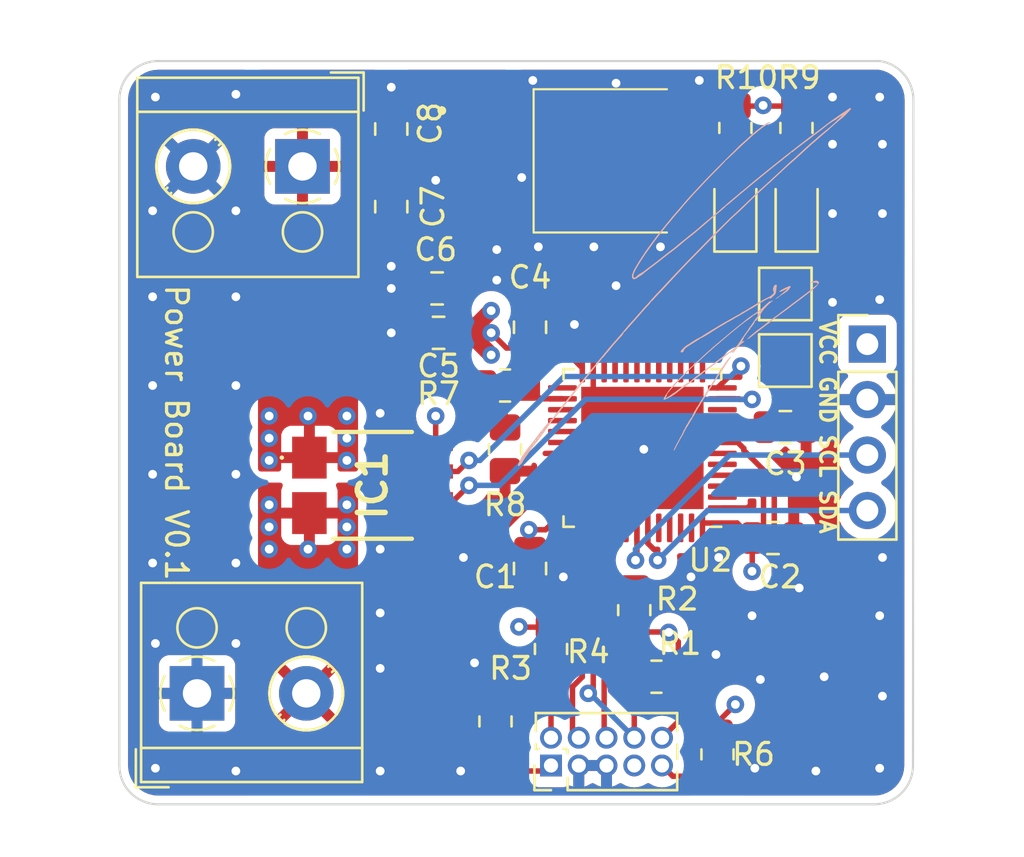
<source format=kicad_pcb>
(kicad_pcb (version 20221018) (generator pcbnew)
  (layers (0 "F.Cu" signal) (1 "In1.Cu" signal) (2 "In2.Cu" signal) (31 "B.Cu" signal) (34 "B.Paste" user) (35 "F.Paste" user) (36 "B.SilkS" user "B.Silkscreen") (37 "F.SilkS" user "F.Silkscreen") (38 "B.Mask" user) (39 "F.Mask" user) (44 "Edge.Cuts" user))
  (net 0 "")
  (net 1 "GND")
  (net 2 "/Vref")
  (net 3 "/Vouit")
  (net 4 "/Vin")
  (net 5 "/Vout")
  (net 6 "VCC")
  (net 7 "/SCL")
  (net 8 "/SDA")
  (net 9 "Net-(U2-VLCD)")
  (net 15 "/NRST")
  (net 16 "Net-(U2-PA6)")
  (net 17 "Net-(U2-PA7)")
  (net 21 "/LED3")
  (net 22 "/LED4")
  (net 24 "Net-(U2-PB13)")
  (net 27 "unconnected-(U2-PA10-Pad31)")
  (net 28 "/JTMS-SWDIO")
  (net 29 "/JTCK-SWCLK")
  (net 30 "/JTDI")
  (net 31 "/JTDO-SWO")
  (net 35 "Net-(J4-GNDDetect)")
  (net 36 "Net-(D3-A)")
  (net 37 "Net-(D4-A)")
  (footprint "LED_SMD:LED_0805_2012Metric_Pad1.15x1.40mm_HandSolder" (layer "F.Cu") (at 110.998 101.101 90)
    (fp_text reference "D4" hide)
    (fp_text value "LED" hide)
    (pad "1" smd roundrect (at -1.025 0 90) (size 1.15 1.4) (layers "F.Cu" "F.Paste" "F.Mask") (roundrect_rratio 0.2173913043) (net 22 "/LED4"))
    (pad "2" smd roundrect (at 1.025 0 90) (size 1.15 1.4) (layers "F.Cu" "F.Paste" "F.Mask") (roundrect_rratio 0.2173913043) (net 37 "Net-(D4-A)"))
  )
  (footprint "Capacitor_SMD:C_0805_2012Metric" (layer "F.Cu") (at 101.6 117.475 90)
    (fp_text reference "C1" (at -0.381 -1.5945 180) (layer "F.SilkS"))
    (fp_text value "100n" hide)
    (pad "1" smd roundrect (at -0.95 0 90) (size 1 1.45) (layers "F.Cu" "F.Paste" "F.Mask") (net 1 "GND"))
    (pad "2" smd roundrect (at 0.95 0 90) (size 1 1.45) (layers "F.Cu" "F.Paste" "F.Mask") (net 6 "VCC"))
  )
  (footprint "Resistor_SMD:R_0805_2012Metric_Pad1.20x1.40mm_HandSolder" (layer "F.Cu") (at 102.5595 121.158 -90)
    (fp_text reference "R4" (at 0.127 -1.7075 -180) (layer "F.SilkS"))
    (fp_text value "10K" hide)
    (pad "1" smd roundrect (at -1 0 270) (size 1.2 1.4) (layers "F.Cu" "F.Paste" "F.Mask") (roundrect_rratio 0.2083333333) (net 6 "VCC"))
    (pad "2" smd roundrect (at 1 0 270) (size 1.2 1.4) (layers "F.Cu" "F.Paste" "F.Mask") (roundrect_rratio 0.2083333333) (net 29 "/JTCK-SWCLK"))
  )
  (footprint "Capacitor_SMD:C_0805_2012Metric" (layer "F.Cu") (at 101.6 106.426 -90)
    (fp_text reference "C4" (at -2.286 0 -180) (layer "F.SilkS"))
    (fp_text value "4u7" hide)
    (pad "1" smd roundrect (at -0.95 0 270) (size 1 1.45) (layers "F.Cu" "F.Paste" "F.Mask") (net 1 "GND"))
    (pad "2" smd roundrect (at 0.95 0 270) (size 1 1.45) (layers "F.Cu" "F.Paste" "F.Mask") (net 6 "VCC"))
  )
  (footprint "Capacitor_SMD:C_0805_2012Metric" (layer "F.Cu") (at 95.25 97.348 90)
    (fp_text reference "C8" (at 0.254 1.778 90) (layer "F.SilkS"))
    (fp_text value "100n" hide)
    (pad "1" smd roundrect (at -0.95 0 90) (size 1 1.45) (layers "F.Cu" "F.Paste" "F.Mask") (net 4 "/Vin"))
    (pad "2" smd roundrect (at 0.95 0 90) (size 1 1.45) (layers "F.Cu" "F.Paste" "F.Mask") (net 1 "GND"))
  )
  (footprint "TestPoint:TestPoint_Pad_2.0x2.0mm" (layer "F.Cu") (at 113.284 107.95)
    (fp_text reference "TP5" hide)
    (fp_text value "TestPoint" hide)
    (pad "1" smd rect (at 0 0) (size 2 2) (layers "F.Cu" "F.Mask") (net 16 "Net-(U2-PA6)"))
  )
  (footprint "Resistor_SMD:R_0805_2012Metric_Pad1.20x1.40mm_HandSolder" (layer "F.Cu") (at 110.998 97.298 -90)
    (fp_text reference "R10" (at -2.302 -0.508 -180) (layer "F.SilkS"))
    (fp_text value "820R")
    (pad "1" smd roundrect (at -1 0 270) (size 1.2 1.4) (layers "F.Cu" "F.Paste" "F.Mask") (roundrect_rratio 0.2083333333) (net 6 "VCC"))
    (pad "2" smd roundrect (at 1 0 270) (size 1.2 1.4) (layers "F.Cu" "F.Paste" "F.Mask") (roundrect_rratio 0.2083333333) (net 37 "Net-(D4-A)"))
  )
  (footprint "Capacitor_SMD:C_0805_2012Metric" (layer "F.Cu") (at 95.25 100.904 -90)
    (fp_text reference "C7" (at 0 -1.905 90) (layer "F.SilkS"))
    (fp_text value "4u7" hide)
    (pad "1" smd roundrect (at -0.95 0 270) (size 1 1.45) (layers "F.Cu" "F.Paste" "F.Mask") (net 4 "/Vin"))
    (pad "2" smd roundrect (at 0.95 0 270) (size 1 1.45) (layers "F.Cu" "F.Paste" "F.Mask") (net 1 "GND"))
  )
  (footprint "Connector_PinHeader_1.27mm:PinHeader_2x05_P1.27mm_Vertical" (layer "F.Cu") (at 102.5595 126.492 90)
    (fp_text reference "J4" hide)
    (fp_text value "Conn_ARM_JTAG_SWD_10" hide)
    (pad "1" thru_hole rect (at 0 0 90) (size 1 1) (drill 0.65) (layers "*.Cu" "*.Mask") (net 6 "VCC"))
    (pad "2" thru_hole oval (at 1.27 0 90) (size 1 1) (drill 0.65) (layers "*.Cu" "*.Mask") (net 28 "/JTMS-SWDIO"))
    (pad "3" thru_hole oval (at 0 1.27 90) (size 1 1) (drill 0.65) (layers "*.Cu" "*.Mask") (net 1 "GND"))
    (pad "4" thru_hole oval (at 1.27 1.27 90) (size 1 1) (drill 0.65) (layers "*.Cu" "*.Mask") (net 29 "/JTCK-SWCLK"))
    (pad "5" thru_hole oval (at 0 2.54 90) (size 1 1) (drill 0.65) (layers "*.Cu" "*.Mask") (net 1 "GND"))
    (pad "6" thru_hole oval (at 1.27 2.54 90) (size 1 1) (drill 0.65) (layers "*.Cu" "*.Mask") (net 31 "/JTDO-SWO"))
    (pad "7" thru_hole oval (at 0 3.81 90) (size 1 1) (drill 0.65) (layers "*.Cu" "*.Mask"))
    (pad "8" thru_hole oval (at 1.27 3.81 90) (size 1 1) (drill 0.65) (layers "*.Cu" "*.Mask") (net 30 "/JTDI"))
    (pad "9" thru_hole oval (at 0 5.08 90) (size 1 1) (drill 0.65) (layers "*.Cu" "*.Mask") (net 35 "Net-(J4-GNDDetect)"))
    (pad "10" thru_hole oval (at 1.27 5.08 90) (size 1 1) (drill 0.65) (layers "*.Cu" "*.Mask") (net 15 "/NRST"))
  )
  (footprint "Resistor_SMD:R_0805_2012Metric_Pad1.20x1.40mm_HandSolder" (layer "F.Cu") (at 100.457 109.093)
    (fp_text reference "R7" (at -3.048 0.381) (layer "F.SilkS"))
    (fp_text value "10K")
    (pad "1" smd roundrect (at -1 0) (size 1.2 1.4) (layers "F.Cu" "F.Paste" "F.Mask") (roundrect_rratio 0.208333) (net 4 "/Vin"))
    (pad "2" smd roundrect (at 1 0) (size 1.2 1.4) (layers "F.Cu" "F.Paste" "F.Mask") (roundrect_rratio 0.208333) (net 24 "Net-(U2-PB13)"))
  )
  (footprint "Capacitor_SMD:C_0805_2012Metric" (layer "F.Cu") (at 112.7195 116.078 180)
    (fp_text reference "C2" (at -0.3105 -1.778) (layer "F.SilkS"))
    (fp_text value "100n" hide)
    (pad "1" smd roundrect (at -0.95 0 180) (size 1 1.45) (layers "F.Cu" "F.Paste" "F.Mask") (net 1 "GND"))
    (pad "2" smd roundrect (at 0.95 0 180) (size 1 1.45) (layers "F.Cu" "F.Paste" "F.Mask") (net 6 "VCC"))
  )
  (footprint "TestPoint:TestPoint_Pad_2.0x2.0mm" (layer "F.Cu") (at 113.284 104.902)
    (fp_text reference "TP6" hide)
    (fp_text value "TestPoint" hide)
    (pad "1" smd rect (at 0 0) (size 2 2) (layers "F.Cu" "F.Mask") (net 17 "Net-(U2-PA7)"))
  )
  (footprint "Capacitor_SMD:C_0805_2012Metric" (layer "F.Cu") (at 113.284 110.998 180)
    (fp_text reference "C3" (at 0 -1.68) (layer "F.SilkS"))
    (fp_text value "4u7" hide)
    (pad "1" smd roundrect (at -0.95 0 180) (size 1 1.45) (layers "F.Cu" "F.Paste" "F.Mask") (net 1 "GND"))
    (pad "2" smd roundrect (at 0.95 0 180) (size 1 1.45) (layers "F.Cu" "F.Paste" "F.Mask") (net 6 "VCC"))
  )
  (footprint "Resistor_SMD:R_0805_2012Metric_Pad1.20x1.40mm_HandSolder" (layer "F.Cu") (at 113.792 97.298 -90)
    (fp_text reference "R9" (at -2.302 -0.127) (layer "F.SilkS"))
    (fp_text value "820R" hide)
    (pad "1" smd roundrect (at -1 0 270) (size 1.2 1.4) (layers "F.Cu" "F.Paste" "F.Mask") (roundrect_rratio 0.2083333333) (net 6 "VCC"))
    (pad "2" smd roundrect (at 1 0 270) (size 1.2 1.4) (layers "F.Cu" "F.Paste" "F.Mask") (roundrect_rratio 0.2083333333) (net 36 "Net-(D3-A)"))
  )
  (footprint "TLF80511TFV50ATMA1:IDD09E60" (layer "F.Cu") (at 102.664 98.806 180)
    (fp_text reference "" hide)
    (fp_text value "TLF80511TFV50ATMA1" hide)
    (pad "1" smd rect (at 3.3 2.28 270) (size 1.2 2.2) (layers "F.Cu" "F.Paste" "F.Mask") (net 4 "/Vin"))
    (pad "2" smd rect (at -3 0 270) (size 5.8 6.4) (layers "F.Cu" "F.Paste" "F.Mask") (net 1 "GND"))
    (pad "3" smd rect (at 3.3 -2.28 270) (size 1.2 2.2) (layers "F.Cu" "F.Paste" "F.Mask") (net 6 "VCC"))
  )
  (footprint "Resistor_SMD:R_0805_2012Metric_Pad1.20x1.40mm_HandSolder" (layer "F.Cu") (at 110.1795 125.984 -90)
    (fp_text reference "R6" (at 0 -1.65 -180) (layer "F.SilkS"))
    (fp_text value "10K" hide)
    (pad "1" smd roundrect (at -1 0 270) (size 1.2 1.4) (layers "F.Cu" "F.Paste" "F.Mask") (roundrect_rratio 0.2083333333) (net 6 "VCC"))
    (pad "2" smd roundrect (at 1 0 270) (size 1.2 1.4) (layers "F.Cu" "F.Paste" "F.Mask") (roundrect_rratio 0.2083333333) (net 35 "Net-(J4-GNDDetect)"))
  )
  (footprint "Capacitor_SMD:C_0805_2012Metric" (layer "F.Cu") (at 97.414 106.68 180)
    (fp_text reference "C5" (at 0 -1.524) (layer "F.SilkS"))
    (fp_text value "4u7")
    (pad "1" smd roundrect (at -0.95 0 180) (size 1 1.45) (layers "F.Cu" "F.Paste" "F.Mask") (net 6 "VCC"))
    (pad "2" smd roundrect (at 0.95 0 180) (size 1 1.45) (layers "F.Cu" "F.Paste" "F.Mask") (net 1 "GND"))
  )
  (footprint "Resistor_SMD:R_0805_2012Metric_Pad1.20x1.40mm_HandSolder" (layer "F.Cu") (at 100.457 112.014 -90)
    (fp_text reference "R8" (at 2.54 0 -180) (layer "F.SilkS"))
    (fp_text value "707R")
    (pad "1" smd roundrect (at -1 0 270) (size 1.2 1.4) (layers "F.Cu" "F.Paste" "F.Mask") (roundrect_rratio 0.208333) (net 24 "Net-(U2-PB13)"))
    (pad "2" smd roundrect (at 1 0 270) (size 1.2 1.4) (layers "F.Cu" "F.Paste" "F.Mask") (roundrect_rratio 0.208333) (net 1 "GND"))
  )
  (footprint "TerminalBlock_RND:TerminalBlock_RND_205-00001_1x02_P5.00mm_Horizontal" (layer "F.Cu") (at 86.36 123.19)
    (fp_text reference "J2" hide)
    (fp_text value "Screw_Terminal_01x02" hide)
    (pad "1" thru_hole rect (at 0 0) (size 2.5 2.5) (drill 1.3) (layers "*.Cu" "*.Mask") (net 1 "GND"))
    (pad "2" thru_hole circle (at 5 0) (size 2.5 2.5) (drill 1.3) (layers "*.Cu" "*.Mask") (net 5 "/Vout"))
  )
  (footprint "Resistor_SMD:R_0805_2012Metric_Pad1.20x1.40mm_HandSolder" (layer "F.Cu") (at 106.3695 119.38 90)
    (fp_text reference "R2" (at 0.508 1.9615 180) (layer "F.SilkS"))
    (fp_text value "10k" hide)
    (pad "1" smd roundrect (at -1 0 90) (size 1.2 1.4) (layers "F.Cu" "F.Paste" "F.Mask") (roundrect_rratio 0.2083333333) (net 6 "VCC"))
    (pad "2" smd roundrect (at 1 0 90) (size 1.2 1.4) (layers "F.Cu" "F.Paste" "F.Mask") (roundrect_rratio 0.2083333333) (net 31 "/JTDO-SWO"))
  )
  (footprint "Package_DFN_QFN:QFN-48-1EP_7x7mm_P0.5mm_EP5.6x5.6mm" (layer "F.Cu") (at 106.742 111.952 180)
    (fp_text reference "U2" (at -3.113 -5.142) (layer "F.SilkS"))
    (fp_text value "STM32L100C6Ux" hide)
    (pad "1" smd roundrect (at -3.659 -2.75 180) (size 1.318 0.25) (layers "F.Cu" "F.Paste" "F.Mask") (net 9 "Net-(U2-VLCD)"))
    (pad "2" smd roundrect (at -3.659 -2.25 180) (size 1.318 0.25) (layers "F.Cu" "F.Paste" "F.Mask"))
    (pad "3" smd roundrect (at -3.659 -1.75 180) (size 1.318 0.25) (layers "F.Cu" "F.Paste" "F.Mask"))
    (pad "4" smd roundrect (at -3.659 -1.25 180) (size 1.318 0.25) (layers "F.Cu" "F.Paste" "F.Mask"))
    (pad "5" smd roundrect (at -3.659 -0.75 180) (size 1.318 0.25) (layers "F.Cu" "F.Paste" "F.Mask"))
    (pad "6" smd roundrect (at -3.659 -0.25 180) (size 1.318 0.25) (layers "F.Cu" "F.Paste" "F.Mask"))
    (pad "7" smd roundrect (at -3.659 0.25 180) (size 1.318 0.25) (layers "F.Cu" "F.Paste" "F.Mask") (net 15 "/NRST"))
    (pad "8" smd roundrect (at -3.659 0.75 180) (size 1.318 0.25) (layers "F.Cu" "F.Paste" "F.Mask") (net 1 "GND"))
    (pad "9" smd roundrect (at -3.659 1.25 180) (size 1.318 0.25) (layers "F.Cu" "F.Paste" "F.Mask") (net 6 "VCC"))
    (pad "10" smd roundrect (at -3.659 1.75 180) (size 1.318 0.25) (layers "F.Cu" "F.Paste" "F.Mask"))
    (pad "11" smd roundrect (at -3.659 2.25 180) (size 1.318 0.25) (layers "F.Cu" "F.Paste" "F.Mask") (net 2 "/Vref"))
    (pad "12" smd roundrect (at -3.659 2.75 180) (size 1.318 0.25) (layers "F.Cu" "F.Paste" "F.Mask") (net 3 "/Vouit"))
    (pad "13" smd roundrect (at -2.75 3.659 180) (size 0.25 1.318) (layers "F.Cu" "F.Paste" "F.Mask"))
    (pad "14" smd roundrect (at -2.25 3.659 180) (size 0.25 1.318) (layers "F.Cu" "F.Paste" "F.Mask"))
    (pad "15" smd roundrect (at -1.75 3.659 180) (size 0.25 1.318) (layers "F.Cu" "F.Paste" "F.Mask"))
    (pad "16" smd roundrect (at -1.25 3.659 180) (size 0.25 1.318) (layers "F.Cu" "F.Paste" "F.Mask") (net 16 "Net-(U2-PA6)"))
    (pad "17" smd roundrect (at -0.75 3.659 180) (size 0.25 1.318) (layers "F.Cu" "F.Paste" "F.Mask") (net 17 "Net-(U2-PA7)"))
    (pad "18" smd roundrect (at -0.25 3.659 180) (size 0.25 1.318) (layers "F.Cu" "F.Paste" "F.Mask"))
    (pad "19" smd roundrect (at 0.25 3.659 180) (size 0.25 1.318) (layers "F.Cu" "F.Paste" "F.Mask"))
    (pad "20" smd roundrect (at 0.75 3.659 180) (size 0.25 1.318) (layers "F.Cu" "F.Paste" "F.Mask"))
    (pad "21" smd roundrect (at 1.25 3.659 180) (size 0.25 1.318) (layers "F.Cu" "F.Paste" "F.Mask") (net 21 "/LED3"))
    (pad "22" smd roundrect (at 1.75 3.659 180) (size 0.25 1.318) (layers "F.Cu" "F.Paste" "F.Mask") (net 22 "/LED4"))
    (pad "23" smd roundrect (at 2.25 3.659 180) (size 0.25 1.318) (layers "F.Cu" "F.Paste" "F.Mask") (net 1 "GND"))
    (pad "24" smd roundrect (at 2.75 3.659 180) (size 0.25 1.318) (layers "F.Cu" "F.Paste" "F.Mask") (net 6 "VCC"))
    (pad "25" smd roundrect (at 3.659 2.75 180) (size 1.318 0.25) (layers "F.Cu" "F.Paste" "F.Mask"))
    (pad "26" smd roundrect (at 3.659 2.25 180) (size 1.318 0.25) (layers "F.Cu" "F.Paste" "F.Mask") (net 24 "Net-(U2-PB13)"))
    (pad "27" smd roundrect (at 3.659 1.75 180) (size 1.318 0.25) (layers "F.Cu" "F.Paste" "F.Mask"))
    (pad "28" smd roundrect (at 3.659 1.25 180) (size 1.318 0.25) (layers "F.Cu" "F.Paste" "F.Mask"))
    (pad "29" smd roundrect (at 3.659 0.75 180) (size 1.318 0.25) (layers "F.Cu" "F.Paste" "F.Mask"))
    (pad "30" smd roundrect (at 3.659 0.25 180) (size 1.318 0.25) (layers "F.Cu" "F.Paste" "F.Mask"))
    (pad "31" smd roundrect (at 3.659 -0.25 180) (size 1.318 0.25) (layers "F.Cu" "F.Paste" "F.Mask") (net 27 "unconnected-(U2-PA10-Pad31)"))
    (pad "32" smd roundrect (at 3.659 -0.75 180) (size 1.318 0.25) (layers "F.Cu" "F.Paste" "F.Mask"))
    (pad "33" smd roundrect (at 3.659 -1.25 180) (size 1.318 0.25) (layers "F.Cu" "F.Paste" "F.Mask"))
    (pad "34" smd roundrect (at 3.659 -1.75 180) (size 1.318 0.25) (layers "F.Cu" "F.Paste" "F.Mask") (net 28 "/JTMS-SWDIO"))
    (pad "35" smd roundrect (at 3.659 -2.25 180) (size 1.318 0.25) (layers "F.Cu" "F.Paste" "F.Mask") (net 1 "GND"))
    (pad "36" smd roundrect (at 3.659 -2.75 180) (size 1.318 0.25) (layers "F.Cu" "F.Paste" "F.Mask") (net 6 "VCC"))
    (pad "37" smd roundrect (at 2.75 -3.659 180) (size 0.25 1.318) (layers "F.Cu" "F.Paste" "F.Mask") (net 29 "/JTCK-SWCLK"))
    (pad "38" smd roundrect (at 2.25 -3.659 180) (size 0.25 1.318) (layers "F.Cu" "F.Paste" "F.Mask") (net 30 "/JTDI"))
    (pad "39" smd roundrect (at 1.75 -3.659 180) (size 0.25 1.318) (layers "F.Cu" "F.Paste" "F.Mask") (net 31 "/JTDO-SWO"))
    (pad "40" smd roundrect (at 1.25 -3.659 180) (size 0.25 1.318) (layers "F.Cu" "F.Paste" "F.Mask"))
    (pad "41" smd roundrect (at 0.75 -3.659 180) (size 0.25 1.318) (layers "F.Cu" "F.Paste" "F.Mask"))
    (pad "42" smd roundrect (at 0.25 -3.659 180) (size 0.25 1.318) (layers "F.Cu" "F.Paste" "F.Mask") (net 7 "/SCL"))
    (pad "43" smd roundrect (at -0.25 -3.659 180) (size 0.25 1.318) (layers "F.Cu" "F.Paste" "F.Mask") (net 8 "/SDA"))
    (pad "44" smd roundrect (at -0.75 -3.659 180) (size 0.25 1.318) (layers "F.Cu" "F.Paste" "F.Mask") (net 1 "GND"))
    (pad "45" smd roundrect (at -1.25 -3.659 180) (size 0.25 1.318) (layers "F.Cu" "F.Paste" "F.Mask"))
    (pad "46" smd roundrect (at -1.75 -3.659 180) (size 0.25 1.318) (layers "F.Cu" "F.Paste" "F.Mask"))
    (pad "47" smd roundrect (at -2.25 -3.659 180) (size 0.25 1.318) (layers "F.Cu" "F.Paste" "F.Mask") (net 1 "GND"))
    (pad "48" smd roundrect (at -2.75 -3.659 180) (size 0.25 1.318) (layers "F.Cu" "F.Paste" "F.Mask") (net 6 "VCC"))
    (pad "49" smd rect (at 0 0 180) (size 5.6 5.6) (layers "F.Cu" "F.Mask") (net 1 "GND"))
  )
  (footprint "Resistor_SMD:R_0805_2012Metric_Pad1.20x1.40mm_HandSolder" (layer "F.Cu") (at 107.3855 122.428 180)
    (fp_text reference "R1" (at -1.0725 1.524) (layer "F.SilkS"))
    (fp_text value "10K" hide)
    (pad "1" smd roundrect (at -1 0 180) (size 1.2 1.4) (layers "F.Cu" "F.Paste" "F.Mask") (roundrect_rratio 0.2083333333) (net 6 "VCC"))
    (pad "2" smd roundrect (at 1 0 180) (size 1.2 1.4) (layers "F.Cu" "F.Paste" "F.Mask") (roundrect_rratio 0.2083333333) (net 30 "/JTDI"))
  )
  (footprint "ACS37010LLZATR-050B5:ACS37010LLZATR050B5" (layer "F.Cu") (at 94.392 113.665 90)
    (fp_text reference "IC1" (at 0 0 90) (layer "F.SilkS") (effects (font (size 1.27 1.27) (thickness 0.254))))
    (fp_text value "ACS37010LLZATR-050B5" hide)
    (pad "1" smd rect (at 1.27 -2.89 180) (size 1.58 1.92) (layers "F.Cu" "F.Paste" "F.Mask") (net 4 "/Vin"))
    (pad "4" smd rect (at -1.27 -2.89 180) (size 1.58 1.92) (layers "F.Cu" "F.Paste" "F.Mask") (net 5 "/Vout"))
    (pad "5" smd rect (at -1.905 2.89 90) (size 0.65 1.58) (layers "F.Cu" "F.Paste" "F.Mask") (net 1 "GND"))
    (pad "6" smd rect (at -0.635 2.89 90) (size 0.65 1.58) (layers "F.Cu" "F.Paste" "F.Mask") (net 2 "/Vref"))
    (pad "7" smd rect (at 0.635 2.89 90) (size 0.65 1.58) (layers "F.Cu" "F.Paste" "F.Mask") (net 3 "/Vouit"))
    (pad "8" smd rect (at 1.905 2.89 90) (size 0.65 1.58) (layers "F.Cu" "F.Paste" "F.Mask") (net 6 "VCC"))
  )
  (footprint "Resistor_SMD:R_0805_2012Metric_Pad1.20x1.40mm_HandSolder" (layer "F.Cu") (at 100.0195 124.476 90)
    (fp_text reference "R3" (at 2.429 0.6915 180) (layer "F.SilkS"))
    (fp_text value "10K" hide)
    (pad "1" smd roundrect (at -1 0 90) (size 1.2 1.4) (layers "F.Cu" "F.Paste" "F.Mask") (roundrect_rratio 0.2083333333) (net 6 "VCC"))
    (pad "2" smd roundrect (at 1 0 90) (size 1.2 1.4) (layers "F.Cu" "F.Paste" "F.Mask") (roundrect_rratio 0.2083333333) (net 28 "/JTMS-SWDIO"))
  )
  (footprint "Resistor_SMD:R_0201_0603Metric" (layer "F.Cu") (at 111.76 114.173 -90)
    (fp_text reference "R5" hide)
    (fp_text value "0R" hide)
    (pad "1" smd roundrect (at -0.32 0 270) (size 0.46 0.4) (layers "F.Cu" "F.Mask") (net 6 "VCC"))
    (pad "2" smd roundrect (at 0.32 0 270) (size 0.46 0.4) (layers "F.Cu" "F.Mask") (net 9 "Net-(U2-VLCD)"))
  )
  (footprint "TerminalBlock_RND:TerminalBlock_RND_205-00001_1x02_P5.00mm_Horizontal" (layer "F.Cu") (at 91.186 99.06 180)
    (fp_text reference "J1" hide)
    (fp_text value "Screw_Terminal_01x02" hide)
    (pad "1" thru_hole rect (at 0 0 180) (size 2.5 2.5) (drill 1.3) (layers "*.Cu" "*.Mask") (net 4 "/Vin"))
    (pad "2" thru_hole circle (at 5 0 180) (size 2.5 2.5) (drill 1.3) (layers "*.Cu" "*.Mask") (net 1 "GND"))
  )
  (footprint "Capacitor_SMD:C_0805_2012Metric" (layer "F.Cu") (at 97.348 104.648 180)
    (fp_text reference "C6" (at 0.066 1.778) (layer "F.SilkS"))
    (fp_text value "100n" hide)
    (pad "1" smd roundrect (at -0.95 0 180) (size 1 1.45) (layers "F.Cu" "F.Paste" "F.Mask") (net 6 "VCC"))
    (pad "2" smd roundrect (at 0.95 0 180) (size 1 1.45) (layers "F.Cu" "F.Paste" "F.Mask") (net 1 "GND"))
  )
  (footprint "Connector_PinHeader_2.54mm:PinHeader_1x04_P2.54mm_Vertical" (layer "F.Cu") (at 117.0375 107.198)
    (fp_text reference "J3" hide)
    (fp_text value "Conn_01x04" hide)
    (pad "1" thru_hole rect (at 0 0) (size 1.7 1.7) (drill 1) (layers "*.Cu" "*.Mask") (net 6 "VCC"))
    (pad "2" thru_hole oval (at 0 2.54) (size 1.7 1.7) (drill 1) (layers "*.Cu" "*.Mask") (net 1 "GND"))
    (pad "3" thru_hole oval (at 0 5.08) (size 1.7 1.7) (drill 1) (layers "*.Cu" "*.Mask") (net 7 "/SCL"))
    (pad "4" thru_hole oval (at 0 7.62) (size 1.7 1.7) (drill 1) (layers "*.Cu" "*.Mask") (net 8 "/SDA"))
  )
  (footprint "LED_SMD:LED_0805_2012Metric_Pad1.15x1.40mm_HandSolder" (layer "F.Cu") (at 113.8 101.101 90)
    (fp_text reference "D3" hide)
    (fp_text value "LED")
    (pad "1" smd roundrect (at -1.025 0 90) (size 1.15 1.4) (layers "F.Cu" "F.Paste" "F.Mask") (roundrect_rratio 0.2173913043) (net 21 "/LED3"))
    (pad "2" smd roundrect (at 1.025 0 90) (size 1.15 1.4) (layers "F.Cu" "F.Paste" "F.Mask") (roundrect_rratio 0.2173913043) (net 36 "Net-(D3-A)"))
  )
  (footprint "LOGO" (layer "B.Cu") (at 108.585 103.124 -90)
    (fp_text reference "G***" hide)
    (fp_text value "LOGO" hide)
  )
  (gr_line (start 82.804 96.012) (end 82.804 126.492) (stroke (width 0.1)) (layer "Edge.Cuts"))
  (gr_arc (start 119.126 126.492) (mid 118.605236 127.749236) (end 117.348 128.27) (stroke (width 0.1)) (layer "Edge.Cuts"))
  (gr_arc (start 117.602 94.234) (mid 118.704834 94.835224) (end 119.144051 96.012) (stroke (width 0.1)) (layer "Edge.Cuts"))
  (gr_line (start 117.602 94.234) (end 84.582 94.234) (stroke (width 0.1)) (layer "Edge.Cuts"))
  (gr_arc (start 84.582 128.27) (mid 83.324764 127.749236) (end 82.804 126.492) (stroke (width 0.1)) (layer "Edge.Cuts"))
  (gr_line (start 119.126 126.492) (end 119.144051 96.012) (stroke (width 0.1)) (layer "Edge.Cuts"))
  (gr_arc (start 82.804 96.012) (mid 83.324764 94.754764) (end 84.582 94.234) (stroke (width 0.1)) (layer "Edge.Cuts"))
  (gr_line (start 84.582 128.27) (end 117.348 128.27) (stroke (width 0.1)) (layer "Edge.Cuts"))
  (gr_text "VCC" (at 114.808 106.045 270) (layer "F.SilkS") (effects (font (size 0.7 0.7)) (justify left bottom)))
  (gr_text "GND" (at 114.808 108.585 270) (layer "F.SilkS") (effects (font (size 0.7 0.7)) (justify left bottom)))
  (gr_text "SCL" (at 114.808 111.252 270) (layer "F.SilkS") (effects (font (size 0.7 0.7)) (justify left bottom)))
  (gr_text "Power Board V0.1" (at 84.836 104.394 -90) (layer "F.SilkS") (effects (font (size 1 1)) (justify left bottom)))
  (gr_text "SDA\n" (at 114.808 113.792 270) (layer "F.SilkS") (effects (font (size 0.7 0.7)) (justify left bottom)))
  (segment (start 95.25 106.68) (end 95.25 106.934) (width 0.25) (layer "F.Cu") (net 1))
  (segment (start 95.25 106.934) (end 95.504 106.68) (width 0.25) (layer "F.Cu") (net 1))
  (segment (start 104.492 107.159) (end 103.632 106.299) (width 0.25) (layer "F.Cu") (net 1))
  (segment (start 110.401 111.202) (end 107.492 111.202) (width 0.25) (layer "F.Cu") (net 1))
  (segment (start 95.25 103.632) (end 95.25 104.648) (width 0.25) (layer "F.Cu") (net 1))
  (segment (start 95.25 96.078) (end 95.25 95.434) (width 0.25) (layer "F.Cu") (net 1))
  (segment (start 107.492 111.202) (end 106.742 111.952) (width 0.25) (layer "F.Cu") (net 1))
  (segment (start 104.492 109.702) (end 106.742 111.952) (width 0.25) (layer "F.Cu") (net 1))
  (segment (start 104.492 108.293) (end 104.492 109.702) (width 0.25) (layer "F.Cu") (net 1))
  (segment (start 102.169 117.856) (end 101.6 118.425) (width 0.25) (layer "F.Cu") (net 1))
  (segment (start 95.504 106.68) (end 96.464 106.68) (width 0.25) (layer "F.Cu") (net 1))
  (segment (start 104.492 108.293) (end 104.492 107.159) (width 0.25) (layer "F.Cu") (net 1))
  (segment (start 96.398 104.648) (end 95.25 104.648) (width 0.25) (layer "F.Cu") (net 1))
  (segment (start 95.25 104.648) (end 95.25 106.68) (width 0.25) (layer "F.Cu") (net 1))
  (segment (start 95.25 102.108) (end 95.25 103.632) (width 0.25) (layer "F.Cu") (net 1))
  (segment (start 103.124 117.856) (end 102.169 117.856) (width 0.25) (layer "F.Cu") (net 1))
  (via (at 110.236 116.967) (size 0.8) (drill 0.4) (layers "F.Cu" "B.Cu") (net 1))
  (via (at 104.521 102.743) (size 0.8) (drill 0.4) (layers "F.Cu" "B.Cu") (net 1))
  (via (at 88.138 105.029) (size 0.8) (drill 0.4) (layers "F.Cu" "B.Cu") (net 1))
  (via (at 94.742 110.363) (size 0.8) (drill 0.4) (layers "F.Cu" "B.Cu") (net 1))
  (via (at 88.138 95.758) (size 0.8) (drill 0.4) (layers "F.Cu" "B.Cu") (net 1))
  (via (at 109.347 95.123) (size 0.8) (drill 0.4) (layers "F.Cu" "B.Cu") (net 1))
  (via (at 84.455 95.885) (size 0.8) (drill 0.4) (layers "F.Cu" "B.Cu") (net 1))
  (via (at 103.124 117.856) (size 0.8) (drill 0.4) (layers "F.Cu" "B.Cu") (net 1))
  (via (at 99.06 121.793) (size 0.8) (drill 0.4) (layers "F.Cu" "B.Cu") (net 1))
  (via (at 115.443 101.219) (size 0.8) (drill 0.4) (layers "F.Cu" "B.Cu") (net 1))
  (via (at 114.681 126.746) (size 0.8) (drill 0.4) (layers "F.Cu" "B.Cu") (net 1))
  (via (at 113.919 118.364) (size 0.8) (drill 0.4) (layers "F.Cu" "B.Cu") (net 1))
  (via (at 98.425 126.746) (size 0.8) (drill 0.4) (layers "F.Cu" "B.Cu") (net 1))
  (via (at 84.455 120.904) (size 0.8) (drill 0.4) (layers "F.Cu" "B.Cu") (net 1))
  (via (at 105.537 95.25) (size 0.8) (drill 0.4) (layers "F.Cu" "B.Cu") (net 1))
  (via (at 110.109 121.412) (size 0.8) (drill 0.4) (layers "F.Cu" "B.Cu") (net 1))
  (via (at 88.138 120.904) (size 0.8) (drill 0.4) (layers "F.Cu" "B.Cu") (net 1))
  (via (at 117.729 123.317) (size 0.8) (drill 0.4) (layers "F.Cu" "B.Cu") (net 1))
  (via (at 84.328 117.221) (size 0.8) (drill 0.4) (layers "F.Cu" "B.Cu") (net 1))
  (via (at 101.219 99.568) (size 0.8) (drill 0.4) (layers "F.Cu" "B.Cu") (net 1))
  (via (at 115.443 105.283) (size 0.8) (drill 0.4) (layers "F.Cu" "B.Cu") (net 1))
  (via (at 88.138 126.746) (size 0.8) (drill 0.4) (layers "F.Cu" "B.Cu") (net 1))
  (via (at 100.076 102.87) (size 0.8) (drill 0.4) (layers "F.Cu" "B.Cu") (net 1))
  (via (at 94.742 122.047) (size 0.8) (drill 0.4) (layers "F.Cu" "B.Cu") (net 1))
  (via (at 94.742 126.746) (size 0.8) (drill 0.4) (layers "F.Cu" "B.Cu") (net 1))
  (via (at 84.328 101.092) (size 0.8) (drill 0.4) (layers "F.Cu" "B.Cu") (net 1))
  (via (at 94.742 119.507) (size 0.8) (drill 0.4) (layers "F.Cu" "B.Cu") (net 1))
  (via (at 94.742 116.586) (size 0.8) (drill 0.4) (layers "F.Cu" "B.Cu") (net 1))
  (via (at 88.138 101.092) (size 0.8) (drill 0.4) (layers "F.Cu" "B.Cu") (net 1))
  (via (at 95.25 103.632) (size 0.8) (drill 0.4) (layers "F.Cu" "B.Cu") (net 1))
  (via (at 107.569 102.743) (size 0.8) (drill 0.4) (layers "F.Cu" "B.Cu") (net 1))
  (via (at 95.25 95.434) (size 0.8) (drill 0.4) (layers "F.Cu" "B.Cu") (net 1))
  (via (at 100.076 104.267) (size 0.8) (drill 0.4) (layers "F.Cu" "B.Cu") (net 1))
  (via (at 117.729 98.044) (size 0.8) (drill 0.4) (layers "F.Cu" "B.Cu") (net 1))
  (via (at 117.602 119.634) (size 0.8) (drill 0.4) (layers "F.Cu" "B.Cu") (net 1))
  (via (at 115.443 98.044) (size 0.8) (drill 0.4) (layers "F.Cu" "B.Cu") (net 1))
  (via (at 115.443 95.885) (size 0.8) (drill 0.4) (layers "F.Cu" "B.Cu") (net 1))
  (via (at 106.807 112.014) (size 0.8) (drill 0.4) (layers "F.Cu" "B.Cu") (net 1))
  (via (at 117.729 101.219) (size 0.8) (drill 0.4) (layers "F.Cu" "B.Cu") (net 1))
  (via (at 117.602 95.885) (size 0.8) (drill 0.4) (layers "F.Cu" "B.Cu") (net 1))
  (via (at 112.141 122.555) (size 0.8) (drill 0.4) (layers "F.Cu" "B.Cu") (net 1))
  (via (at 88.138 117.221) (size 0.8) (drill 0.4) (layers "F.Cu" "B.Cu") (net 1))
  (via (at 88.138 109.093) (size 0.8) (drill 0.4) (layers "F.Cu" "B.Cu") (net 1))
  (via (at 84.328 109.093) (size 0.8) (drill 0.4) (layers "F.Cu" "B.Cu") (net 1))
  (via (at 113.792 113.284) (size 0.8) (drill 0.4) (layers "F.Cu" "B.Cu") (net 1))
  (via (at 117.73164 116.966926) (size 0.8) (drill 0.4) (layers "F.Cu" "B.Cu") (net 1))
  (via (at 103.632 106.299) (size 0.8) (drill 0.4) (layers "F.Cu" "B.Cu") (net 1))
  (via (at 101.727 95.123) (size 0.8) (drill 0.4) (layers "F.Cu" "B.Cu") (net 1))
  (via (at 105.537 104.521) (size 0.8) (drill 0.4) (layers "F.Cu" "B.Cu") (net 1))
  (via (at 111.887 126.619) (size 0.8) (drill 0.4) (layers "F.Cu" "B.Cu") (net 1))
  (via (at 108.966 117.856) (size 0.8) (drill 0.4) (layers "F.Cu" "B.Cu") (net 1))
  (via (at 84.328 105.029) (size 0.8) (drill 0.4) (layers "F.Cu" "B.Cu") (net 1))
  (via (at 111.76 119.634) (size 0.8) (drill 0.4) (layers "F.Cu" "B.Cu") (net 1))
  (via (at 97.282 99.695) (size 0.8) (drill 0.4) (layers "F.Cu" "B.Cu") (net 1))
  (via (at 84.328 113.157) (size 0.8) (drill 0.4) (layers "F.Cu" "B.Cu") (net 1))
  (via (at 95.25 104.648) (size 0.8) (drill 0.4) (layers "F.Cu" "B.Cu") (net 1))
  (via (at 117.602 105.156) (size 0.8) (drill 0.4) (layers "F.Cu" "B.Cu") (net 1))
  (via (at 117.602 126.619) (size 0.8) (drill 0.4) (layers "F.Cu" "B.Cu") (net 1))
  (via (at 115.062 122.428) (size 0.8) (drill 0.4) (layers "F.Cu" "B.Cu") (net 1))
  (via (at 84.455 126.619) (size 0.8) (drill 0.4) (layers "F.Cu" "B.Cu") (net 1))
  (via (at 101.981 102.743) (size 0.8) (drill 0.4) (layers "F.Cu" "B.Cu") (net 1))
  (via (at 98.552 116.967) (size 0.8) (drill 0.4) (layers "F.Cu" "B.Cu") (net 1))
  (via (at 95.25 106.68) (size 0.8) (drill 0.4) (layers "F.Cu" "B.Cu") (net 1))
  (via (at 88.138 113.157) (size 0.8) (drill 0.4) (layers "F.Cu" "B.Cu") (net 1))
  (segment (start 111.1955 109.728) (end 111.1695 109.702) (width 0.25) (layer "F.Cu") (net 2))
  (segment (start 98.171 114.3) (end 98.806 113.665) (width 0.25) (layer "F.Cu") (net 2))
  (segment (start 111.1695 109.702) (end 110.1795 109.702) (width 0.25) (layer "F.Cu") (net 2))
  (segment (start 111.76 109.728) (end 111.1955 109.728) (width 0.25) (layer "F.Cu") (net 2))
  (segment (start 97.282 114.3) (end 98.171 114.3) (width 0.25) (layer "F.Cu") (net 2))
  (via (at 98.806 113.665) (size 0.8) (drill 0.4) (layers "F.Cu" "B.Cu") (net 2))
  (via (at 111.76 109.728) (size 0.8) (drill 0.4) (layers "F.Cu" "B.Cu") (net 2))
  (segment (start 104.14 109.728) (end 111.76 109.728) (width 0.25) (layer "B.Cu") (net 2))
  (segment (start 98.806 113.665) (end 100.203 113.665) (width 0.25) (layer "B.Cu") (net 2))
  (segment (start 100.203 113.665) (end 104.14 109.728) (width 0.25) (layer "B.Cu") (net 2))
  (segment (start 111.1955 108.2605) (end 111.1955 108.712) (width 0.25) (layer "F.Cu") (net 3))
  (segment (start 98.298 113.03) (end 98.806 112.522) (width 0.25) (layer "F.Cu") (net 3))
  (segment (start 111.1955 108.712) (end 110.6695 108.712) (width 0.25) (layer "F.Cu") (net 3))
  (segment (start 110.6695 108.712) (end 110.1795 109.202) (width 0.25) (layer "F.Cu") (net 3))
  (segment (start 111.252 108.204) (end 111.1955 108.2605) (width 0.25) (layer "F.Cu") (net 3))
  (segment (start 97.282 113.03) (end 98.298 113.03) (width 0.25) (layer "F.Cu") (net 3))
  (via (at 98.806 112.522) (size 0.8) (drill 0.4) (layers "F.Cu" "B.Cu") (net 3))
  (via (at 111.252 108.204) (size 0.8) (drill 0.4) (layers "F.Cu" "B.Cu") (net 3))
  (segment (start 103.154747 108.681253) (end 110.774747 108.681253) (width 0.25) (layer "B.Cu") (net 3))
  (segment (start 98.806 112.522) (end 99.314 112.522) (width 0.25) (layer "B.Cu") (net 3))
  (segment (start 99.314 112.522) (end 103.154747 108.681253) (width 0.25) (layer "B.Cu") (net 3))
  (segment (start 110.774747 108.681253) (end 111.252 108.204) (width 0.25) (layer "B.Cu") (net 3))
  (segment (start 93.218 109.093) (end 93.218 110.49) (width 0.25) (layer "F.Cu") (net 4))
  (segment (start 99.457 109.093) (end 93.218 109.093) (width 0.25) (layer "F.Cu") (net 4))
  (via (at 93.218 112.522) (size 0.8) (drill 0.4) (layers "F.Cu" "B.Cu") (net 4))
  (via (at 89.662 110.49) (size 0.8) (drill 0.4) (layers "F.Cu" "B.Cu") (net 4))
  (via (at 89.662 112.522) (size 0.8) (drill 0.4) (layers "F.Cu" "B.Cu") (net 4))
  (via (at 91.44 110.49) (size 0.8) (drill 0.4) (layers "F.Cu" "B.Cu") (net 4))
  (via (at 93.218 111.506) (size 0.8) (drill 0.4) (layers "F.Cu" "B.Cu") (net 4))
  (via (at 93.218 110.49) (size 0.8) (drill 0.4) (layers "F.Cu" "B.Cu") (net 4))
  (via (at 89.662 111.506) (size 0.8) (drill 0.4) (layers "F.Cu" "B.Cu") (net 4))
  (via (at 89.662 114.554) (size 0.8) (drill 0.4) (layers "F.Cu" "B.Cu") (net 5))
  (via (at 89.662 116.586) (size 0.8) (drill 0.4) (layers "F.Cu" "B.Cu") (net 5))
  (via (at 89.662 115.57) (size 0.8) (drill 0.4) (layers "F.Cu" "B.Cu") (net 5))
  (via (at 93.218 114.554) (size 0.8) (drill 0.4) (layers "F.Cu" "B.Cu") (net 5))
  (via (at 93.218 115.57) (size 0.8) (drill 0.4) (layers "F.Cu" "B.Cu") (net 5))
  (via (at 91.44 116.586) (size 0.8) (drill 0.4) (layers "F.Cu" "B.Cu") (net 5))
  (via (at 93.218 116.586) (size 0.8) (drill 0.4) (layers "F.Cu" "B.Cu") (net 5))
  (segment (start 112.285 115.5625) (end 111.7695 116.078) (width 0.25) (layer "F.Cu") (net 6))
  (segment (start 101.108 120.158) (end 102.5595 120.158) (width 0.25) (layer "F.Cu") (net 6))
  (segment (start 98.806 106.68) (end 99.822 105.664) (width 0.75) (layer "F.Cu") (net 6))
  (segment (start 112.236 96.298) (end 112.268 96.266) (width 0.25) (layer "F.Cu") (net 6))
  (segment (start 99.364 101.34) (end 98.308 102.396) (width 0.75) (layer "F.Cu") (net 6))
  (segment (start 113.792 96.298) (end 112.3 96.298) (width 0.25) (layer "F.Cu") (net 6))
  (segment (start 98.308 102.396) (end 98.308 106.624) (width 0.75) (layer "F.Cu") (net 6))
  (segment (start 110.1795 124.5165) (end 110.998 123.698) (width 0.25) (layer "F.Cu") (net 6))
  (segment (start 101.6 107.376) (end 100.518 107.376) (width 0.25) (layer "F.Cu") (net 6))
  (segment (start 101.5435 116.4685) (end 101.6 116.525) (width 0.25) (layer "F.Cu") (net 6))
  (segment (start 111.081 115.3895) (end 109.492 115.3895) (width 0.25) (layer "F.Cu") (net 6))
  (segment (start 110.2215 110.744) (end 110.1795 110.702) (width 0.25) (layer "F.Cu") (net 6))
  (segment (start 112.0235 110.744) (end 110.2215 110.744) (width 0.25) (layer "F.Cu") (net 6))
  (segment (start 108.3855 122.428) (end 108.3855 120.8315) (width 0.25) (layer "F.Cu") (net 6))
  (segment (start 101.5435 115.697) (end 101.5435 116.4685) (width 0.25) (layer "F.Cu") (net 6))
  (segment (start 101.5435 115.697) (end 102.3095 115.697) (width 0.25) (layer "F.Cu") (net 6))
  (segment (start 98.806 106.68) (end 99.822 107.696) (width 0.75) (layer "F.Cu") (net 6))
  (segment (start 98.308 106.624) (end 98.364 106.68) (width 0.25) (layer "F.Cu") (net 6))
  (segment (start 100.0195 125.476) (end 101.2895 126.746) (width 0.25) (layer "F.Cu") (net 6))
  (segment (start 102.3095 115.697) (end 103.3045 114.702) (width 0.25) (layer "F.Cu") (net 6))
  (segment (start 100.518 107.376) (end 99.822 106.68) (width 0.25) (layer "F.Cu") (net 6))
  (segment (start 98.364 106.68) (end 99.822 106.68) (width 0.75) (layer "F.Cu") (net 6))
  (segment (start 112.3 96.298) (end 112.268 96.266) (width 0.25) (layer "F.Cu") (net 6))
  (segment (start 110.1795 124.984) (end 110.1795 124.5165) (width 0.25) (layer "F.Cu") (net 6))
  (segment (start 112.285 114.178001) (end 112.285 115.5625) (width 0.25) (layer "F.Cu") (net 6))
  (segment (start 111.76 113.853) (end 111.959999 113.853) (width 0.25) (layer "F.Cu") (net 6))
  (segment (start 111.7695 116.078) (end 111.7695 117.5925) (width 0.25) (layer "F.Cu") (net 6))
  (segment (start 106.3695 120.38) (end 107.934 120.38) (width 0.25) (layer "F.Cu") (net 6))
  (segment (start 108.3855 120.8315) (end 107.95 120.396) (width 0.25) (layer "F.Cu") (net 6))
  (segment (start 102.3055 126.746) (end 102.5595 126.492) (width 0.25) (layer "F.Cu") (net 6))
  (segment (start 98.364 106.68) (end 98.806 106.68) (width 0.25) (layer "F.Cu") (net 6))
  (segment (start 110.998 96.298) (end 112.236 96.298) (width 0.25) (layer "F.Cu") (net 6))
  (segment (start 101.2895 126.746) (end 102.3055 126.746) (width 0.25) (layer "F.Cu") (net 6))
  (segment (start 103.992 108.293) (end 103.075 107.376) (width 0.25) (layer "F.Cu") (net 6))
  (segment (start 103.075 107.376) (end 101.6 107.376) (width 0.25) (layer "F.Cu") (net 6))
  (segment (start 101.092 120.142) (end 101.108 120.158) (width 0.25) (layer "F.Cu") (net 6))
  (segment (start 111.959999 113.853) (end 112.285 114.178001) (width 0.25) (layer "F.Cu") (net 6))
  (segment (start 111.7695 116.078) (end 111.081 115.3895) (width 0.25) (layer "F.Cu") (net 6))
  (segment (start 107.934 120.38) (end 107.95 120.396) (width 0.25) (layer "F.Cu") (net 6))
  (segment (start 97.282 111.76) (end 97.282 110.49) (width 0.25) (layer "F.Cu") (net 6))
  (segment (start 111.7695 117.5925) (end 111.76 117.602) (width 0.25) (layer "F.Cu") (net 6))
  (via (at 110.998 123.698) (size 0.8) (drill 0.4) (layers "F.Cu" "B.Cu") (net 6))
  (via (at 97.282 110.49) (size 0.8) (drill 0.4) (layers "F.Cu" "B.Cu") (net 6))
  (via (at 99.822 105.664) (size 0.8) (drill 0.4) (layers "F.Cu" "B.Cu") (net 6))
  (via (at 99.822 106.68) (size 0.8) (drill 0.4) (layers "F.Cu" "B.Cu") (net 6))
  (via (at 112.268 96.266) (size 0.8) (drill 0.4) (layers "F.Cu" "B.Cu") (net 6))
  (via (at 111.76 117.602) (size 0.8) (drill 0.4) (layers "F.Cu" "B.Cu") (net 6))
  (via (at 107.95 120.396) (size 0.8) (drill 0.4) (layers "F.Cu" "B.Cu") (net 6))
  (via (at 99.822 107.696) (size 0.8) (drill 0.4) (layers "F.Cu" "B.Cu") (net 6))
  (via (at 101.5435 115.697) (size 0.8) (drill 0.4) (layers "F.Cu" "B.Cu") (net 6))
  (via (at 101.092 120.142) (size 0.8) (drill 0.4) (layers "F.Cu" "B.Cu") (net 6))
  (segment (start 106.492 117.028) (end 106.492 115.3895) (width 0.25) (layer "F.Cu") (net 7))
  (segment (start 106.426 117.094) (end 106.492 117.028) (width 0.25) (layer "F.Cu") (net 7))
  (via (at 106.426 117.094) (size 0.8) (drill 0.4) (layers "F.Cu" "B.Cu") (net 7))
  (segment (start 106.426 117.094) (end 106.426 116.586) (width 0.25) (layer "B.Cu") (net 7))
  (segment (start 110.734 112.278) (end 117.0375 112.278) (width 0.25) (layer "B.Cu") (net 7))
  (segment (start 106.426 116.586) (end 110.734 112.278) (width 0.25) (layer "B.Cu") (net 7))
  (segment (start 107.438655 117.094) (end 107.438655 116.595) (width 0.25) (layer "F.Cu") (net 8))
  (segment (start 107.26726 116.595) (end 106.992 116.31974) (width 0.25) (layer "F.Cu") (net 8))
  (segment (start 107.438655 116.595) (end 107.26726 116.595) (width 0.25) (layer "F.Cu") (net 8))
  (segment (start 106.992 116.31974) (end 106.992 115.3895) (width 0.25) (layer "F.Cu") (net 8))
  (via (at 107.438655 117.094) (size 0.8) (drill 0.4) (layers "F.Cu" "B.Cu") (net 8))
  (segment (start 107.438655 117.094) (end 107.442 117.094) (width 0.25) (layer "B.Cu") (net 8))
  (segment (start 107.442 117.094) (end 109.728 114.808) (width 0.25) (layer "B.Cu") (net 8))
  (segment (start 109.728 114.808) (end 109.738 114.818) (width 0.25) (layer "B.Cu") (net 8))
  (segment (start 109.738 114.818) (end 117.0375 114.818) (width 0.25) (layer "B.Cu") (net 8))
  (segment (start 111.76 114.493) (end 111.551 114.702) (width 0.25) (layer "F.Cu") (net 9))
  (segment (start 111.551 114.702) (end 110.401 114.702) (width 0.25) (layer "F.Cu") (net 9))
  (segment (start 111.10974 111.702) (end 110.1795 111.702) (width 0.25) (layer "F.Cu") (net 15))
  (segment (start 107.6395 125.222) (end 112.776 120.0855) (width 0.25) (layer "F.Cu") (net 15))
  (segment (start 112.776 113.45313) (end 111.385 112.06213) (width 0.25) (layer "F.Cu") (net 15))
  (segment (start 111.385 111.97726) (end 111.10974 111.702) (width 0.25) (layer "F.Cu") (net 15))
  (segment (start 111.385 112.06213) (end 111.385 111.97726) (width 0.25) (layer "F.Cu") (net 15))
  (segment (start 112.776 120.0855) (end 112.776 113.45313) (width 0.25) (layer "F.Cu") (net 15))
  (segment (start 108.29613 107.188) (end 107.992 107.49213) (width 0.25) (layer "F.Cu") (net 16))
  (segment (start 107.992 108.5145) (end 107.992 108.02726) (width 0.25) (layer "F.Cu") (net 16))
  (segment (start 107.992 107.49213) (end 107.992 108.293) (width 0.25) (layer "F.Cu") (net 16))
  (segment (start 113.284 107.95) (end 112.522 107.188) (width 0.25) (layer "F.Cu") (net 16))
  (segment (start 112.522 107.188) (end 108.29613 107.188) (width 0.25) (layer "F.Cu") (net 16))
  (segment (start 109.728 104.902) (end 107.492 107.138) (width 0.25) (layer "F.Cu") (net 17))
  (segment (start 113.284 104.902) (end 109.728 104.902) (width 0.25) (layer "F.Cu") (net 17))
  (segment (start 107.492 107.138) (end 107.492 108.5145) (width 0.25) (layer "F.Cu") (net 17))
  (segment (start 112.9 103.026) (end 113.8 102.126) (width 0.25) (layer "F.Cu") (net 21))
  (segment (start 105.492 107.56663) (end 110.03263 103.026) (width 0.25) (layer "F.Cu") (net 21))
  (segment (start 110.03263 103.026) (end 112.9 103.026) (width 0.25) (layer "F.Cu") (net 21))
  (segment (start 105.492 108.5145) (end 105.492 107.56663) (width 0.25) (layer "F.Cu") (net 21))
  (segment (start 110.998 102.126) (end 109.964 102.126) (width 0.25) (layer "F.Cu") (net 22))
  (segment (start 109.964 102.126) (end 104.992 107.098) (width 0.25) (layer "F.Cu") (net 22))
  (segment (start 104.992 107.098) (end 104.992 108.5145) (width 0.25) (layer "F.Cu") (net 22))
  (segment (start 100.457 111.014) (end 100.457 110.093) (width 0.25) (layer "F.Cu") (net 24))
  (segment (start 102.066 109.702) (end 103.083 109.702) (width 0.25) (layer "F.Cu") (net 24))
  (segment (start 101.457 109.093) (end 102.066 109.702) (width 0.25) (layer "F.Cu") (net 24))
  (segment (start 100.457 110.093) (end 101.457 109.093) (width 0.25) (layer "F.Cu") (net 24))
  (segment (start 103.3045 112.202) (end 102.296 112.202) (width 0.25) (layer "F.Cu") (net 27))
  (segment (start 102.5595 124.0225) (end 100.87325 122.33625) (width 0.25) (layer "F.Cu") (net 28))
  (segment (start 102.5595 125.222) (end 102.5595 124.0225) (width 0.25) (layer "F.Cu") (net 28))
  (segment (start 102.37426 113.702) (end 103.3045 113.702) (width 0.25) (layer "F.Cu") (net 28))
  (segment (start 100.87325 122.33625) (end 99.7655 121.2285) (width 0.25) (layer "F.Cu") (net 28))
  (segment (start 100.0195 123.19) (end 100.87325 122.33625) (width 0.25) (layer "F.Cu") (net 28))
  (segment (start 99.7655 121.2285) (end 99.7655 116.31076) (width 0.25) (layer "F.Cu") (net 28))
  (segment (start 99.7655 116.31076) (end 102.37426 113.702) (width 0.25) (layer "F.Cu") (net 28))
  (segment (start 103.542 124.9345) (end 103.8295 125.222) (width 0.25) (layer "F.Cu") (net 29))
  (segment (start 103.992 121.92) (end 103.992 122.439695) (width 0.25) (layer "F.Cu") (net 29))
  (segment (start 103.865 122.047) (end 103.992 121.92) (width 0.25) (layer "F.Cu") (net 29))
  (segment (start 102.5595 122.158) (end 102.6705 122.047) (width 0.25) (layer "F.Cu") (net 29))
  (segment (start 103.992 115.3895) (end 103.992 121.92) (width 0.25) (layer "F.Cu") (net 29))
  (segment (start 103.542 122.889695) (end 103.542 124.9345) (width 0.25) (layer "F.Cu") (net 29))
  (segment (start 102.6705 122.047) (end 103.865 122.047) (width 0.25) (layer "F.Cu") (net 29))
  (segment (start 103.992 122.439695) (end 103.542 122.889695) (width 0.25) (layer "F.Cu") (net 29))
  (segment (start 104.492 115.3895) (end 104.492 122.965) (width 0.25) (layer "F.Cu") (net 30))
  (segment (start 106.3695 122.444) (end 106.3855 122.428) (width 0.25) (layer "F.Cu") (net 30))
  (segment (start 104.492 122.965) (end 104.267 123.19) (width 0.25) (layer "F.Cu") (net 30))
  (segment (start 106.3695 125.222) (end 106.3695 122.444) (width 0.25) (layer "F.Cu") (net 30))
  (via (at 104.267 123.19) (size 0.8) (drill 0.4) (layers "F.Cu" "B.Cu") (net 30))
  (segment (start 104.267 123.19) (end 104.3375 123.19) (width 0.25) (layer "B.Cu") (net 30))
  (segment (start 104.3375 123.19) (end 106.3695 125.222) (width 0.25) (layer "B.Cu") (net 30))
  (segment (start 106.3695 118.11) (end 105.5 118.11) (width 0.25) (layer "F.Cu") (net 31))
  (segment (start 104.992 115.3895) (end 104.992 117.602) (width 0.25) (layer "F.Cu") (net 31))
  (segment (start 105.5 118.11) (end 104.992 117.602) (width 0.25) (layer "F.Cu") (net 31))
  (segment (start 104.992 117.602) (end 104.992 125.1145) (width 0.25) (layer "F.Cu") (net 31))
  (segment (start 104.992 125.1145) (end 105.0995 125.222) (width 0.25) (layer "F.Cu") (net 31))
  (segment (start 110.1795 126.984) (end 108.1315 126.984) (width 0.25) (layer "F.Cu") (net 35))
  (segment (start 108.1315 126.984) (end 107.6395 126.492) (width 0.25) (layer "F.Cu") (net 35))
  (segment (start 113.8 98.306) (end 113.792 98.298) (width 0.25) (layer "F.Cu") (net 36))
  (segment (start 113.8 100.076) (end 113.8 98.306) (width 0.25) (layer "F.Cu") (net 36))
  (segment (start 110.998 100.076) (end 110.998 98.298) (width 0.25) (layer "F.Cu") (net 37))
  (zone (net 5) (net_name "/Vout") (layer "F.Cu") (priority 1) (connect_pads (clearance 0.5)) (min_thickness 0.25) (fill yes (thermal_gap 0.5) (thermal_bridge_width 0.5) (smoothing fillet))
    (polygon (pts (xy 94.234 113.538) (xy 89.154 113.538) (xy 88.9 114.3) (xy 88.9 125.222) (xy 94.234 125.222)))
  )
  (zone (net 1) (net_name "GND") (layer "F.Cu") (priority 10) (connect_pads (clearance 0.5)) (min_thickness 0.25) (fill yes (thermal_gap 0.5) (thermal_bridge_width 0.5) (smoothing fillet) (island_removal_mode 2) (island_area_min 10))
    (polygon (pts (xy 88.646 128.27) (xy 88.646 125.222) (xy 94.234 125.222) (xy 94.234 128.27)))
  )
  (zone (net 1) (net_name "GND") (layer "F.Cu") (priority 3) (connect_pads (clearance 0.5)) (min_thickness 0.25) (fill yes (thermal_gap 0.5) (thermal_bridge_width 0.5) (smoothing fillet) (island_removal_mode 2) (island_area_min 10))
    (polygon (pts (xy 101.092 94.234) (xy 101.092 99.06) (xy 96.774 99.06) (xy 96.774 100.838) (xy 94.234 100.838) (xy 94.234 128.27) (xy 120.65 128.27) (xy 120.65 94.234)))
  )
  (zone (net 1) (net_name "GND") (layer "F.Cu") (priority 2) (connect_pads (clearance 0.5)) (min_thickness 0.25) (fill yes (thermal_gap 0.5) (thermal_bridge_width 0.5) (smoothing fillet))
    (polygon (pts (xy 82.804 94.234) (xy 88.646 94.234) (xy 88.646 128.27) (xy 82.804 128.27)))
  )
  (zone (net 4) (net_name "/Vin") (layer "F.Cu") (connect_pads (clearance 0.5)) (min_thickness 0.25) (fill yes (thermal_gap 0.5) (thermal_bridge_width 0.5) (smoothing fillet))
    (polygon (pts (xy 88.9 94.234) (xy 88.9 112.268) (xy 89.154 113.538) (xy 94.234 113.538) (xy 94.234 100.838) (xy 96.774 100.838) (xy 96.774 99.06) (xy 101.092 99.06) (xy 101.092 94.234)))
  )
  (zone (net 1) (net_name "GND") (layer "B.Cu") (priority 9) (connect_pads (clearance 0.5)) (min_thickness 0.25) (fill yes (thermal_gap 0.5) (thermal_bridge_width 0.5) (smoothing fillet) (island_removal_mode 2) (island_area_min 10))
    (polygon (pts (xy 79.756 92.71) (xy 124.206 91.44) (xy 123.698 130.683) (xy 77.343 130.175)))
  )
)
</source>
